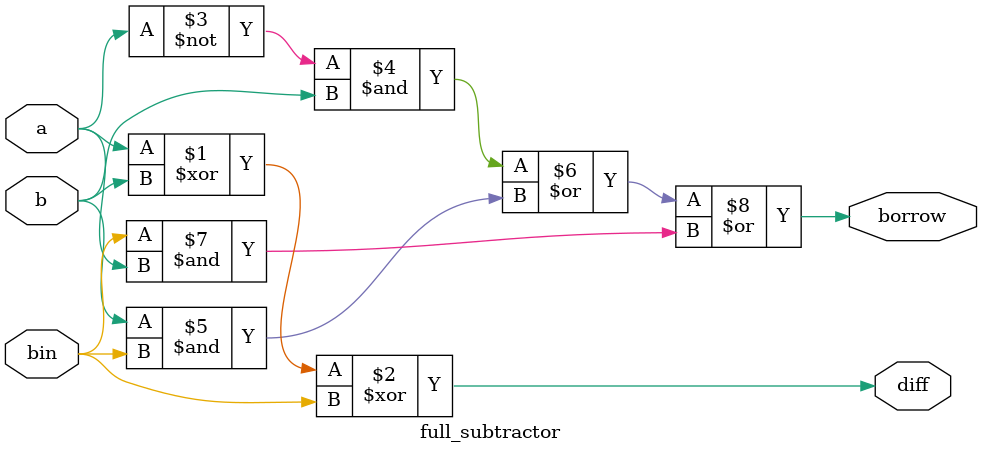
<source format=sv>
module full_subtractor(
  input logic a,
  input logic b,
  input logic bin,
  output logic diff,
  output logic borrow
);

  assign diff = a ^ b ^ bin;
  assign borrow = ~a & b | b & bin | bin & a;

endmodule

</source>
